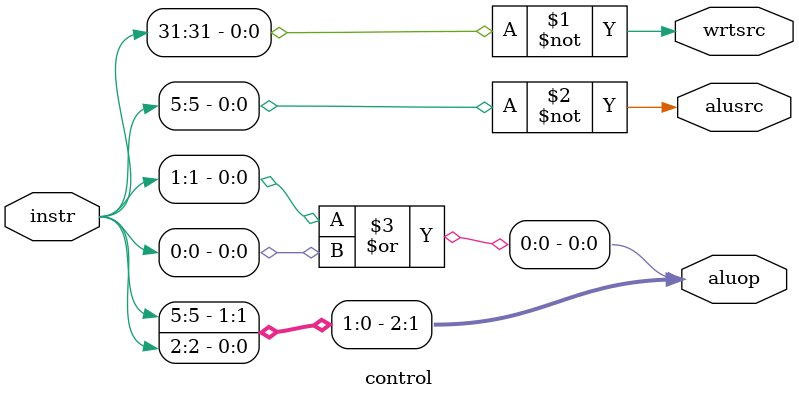
<source format=v>
`timescale 1ns / 1ps


module control(
    input [31:0] instr,
    output wrtsrc,
    output alusrc,
    output [2:0] aluop

    );
    
    assign wrtsrc = ~instr[31];
    assign alusrc = ~instr[5];
    assign aluop  = {instr[5],instr[2],instr[1] | instr[0]};
endmodule

</source>
